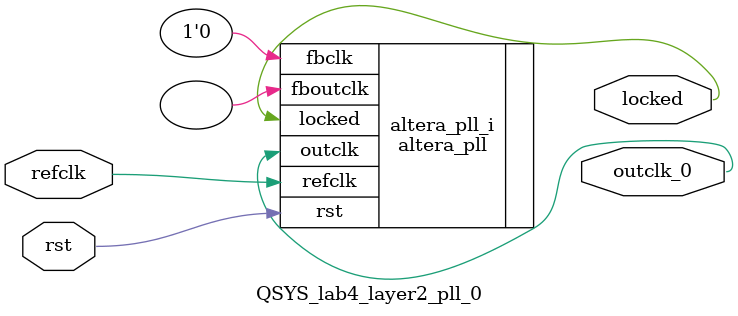
<source format=v>
`timescale 1ns/10ps
module  QSYS_lab4_layer2_pll_0(

	// interface 'refclk'
	input wire refclk,

	// interface 'reset'
	input wire rst,

	// interface 'outclk0'
	output wire outclk_0,

	// interface 'locked'
	output wire locked
);

	altera_pll #(
		.fractional_vco_multiplier("true"),
		.reference_clock_frequency("50.0 MHz"),
		.operation_mode("normal"),
		.number_of_clocks(1),
		.output_clock_frequency0("130.000000 MHz"),
		.phase_shift0("0 ps"),
		.duty_cycle0(50),
		.output_clock_frequency1("0 MHz"),
		.phase_shift1("0 ps"),
		.duty_cycle1(50),
		.output_clock_frequency2("0 MHz"),
		.phase_shift2("0 ps"),
		.duty_cycle2(50),
		.output_clock_frequency3("0 MHz"),
		.phase_shift3("0 ps"),
		.duty_cycle3(50),
		.output_clock_frequency4("0 MHz"),
		.phase_shift4("0 ps"),
		.duty_cycle4(50),
		.output_clock_frequency5("0 MHz"),
		.phase_shift5("0 ps"),
		.duty_cycle5(50),
		.output_clock_frequency6("0 MHz"),
		.phase_shift6("0 ps"),
		.duty_cycle6(50),
		.output_clock_frequency7("0 MHz"),
		.phase_shift7("0 ps"),
		.duty_cycle7(50),
		.output_clock_frequency8("0 MHz"),
		.phase_shift8("0 ps"),
		.duty_cycle8(50),
		.output_clock_frequency9("0 MHz"),
		.phase_shift9("0 ps"),
		.duty_cycle9(50),
		.output_clock_frequency10("0 MHz"),
		.phase_shift10("0 ps"),
		.duty_cycle10(50),
		.output_clock_frequency11("0 MHz"),
		.phase_shift11("0 ps"),
		.duty_cycle11(50),
		.output_clock_frequency12("0 MHz"),
		.phase_shift12("0 ps"),
		.duty_cycle12(50),
		.output_clock_frequency13("0 MHz"),
		.phase_shift13("0 ps"),
		.duty_cycle13(50),
		.output_clock_frequency14("0 MHz"),
		.phase_shift14("0 ps"),
		.duty_cycle14(50),
		.output_clock_frequency15("0 MHz"),
		.phase_shift15("0 ps"),
		.duty_cycle15(50),
		.output_clock_frequency16("0 MHz"),
		.phase_shift16("0 ps"),
		.duty_cycle16(50),
		.output_clock_frequency17("0 MHz"),
		.phase_shift17("0 ps"),
		.duty_cycle17(50),
		.pll_type("General"),
		.pll_subtype("General")
	) altera_pll_i (
		.rst	(rst),
		.outclk	({outclk_0}),
		.locked	(locked),
		.fboutclk	( ),
		.fbclk	(1'b0),
		.refclk	(refclk)
	);
endmodule


</source>
